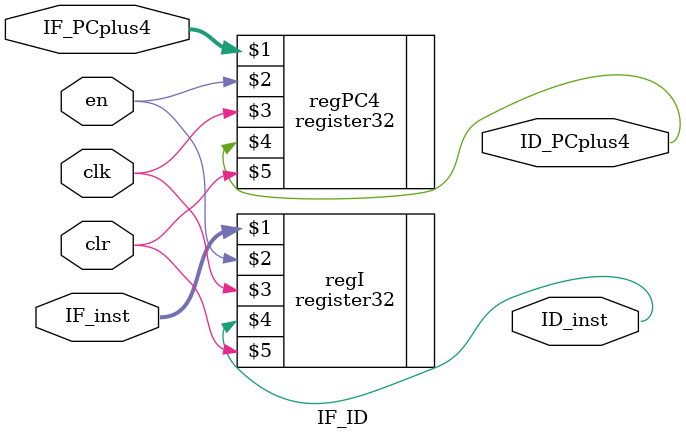
<source format=v>
`timescale 1ns / 1ps


module IF_ID(IF_inst, IF_PCplus4, en, clk, clr, ID_inst, ID_PCplus4);
input [31:0] IF_inst, IF_PCplus4;
input en, clk, clr;
output ID_inst, ID_PCplus4;

register32 regI(IF_inst, en, clk, ID_inst, clr);
register32 regPC4(IF_PCplus4, en, clk, ID_PCplus4, clr);
endmodule

</source>
